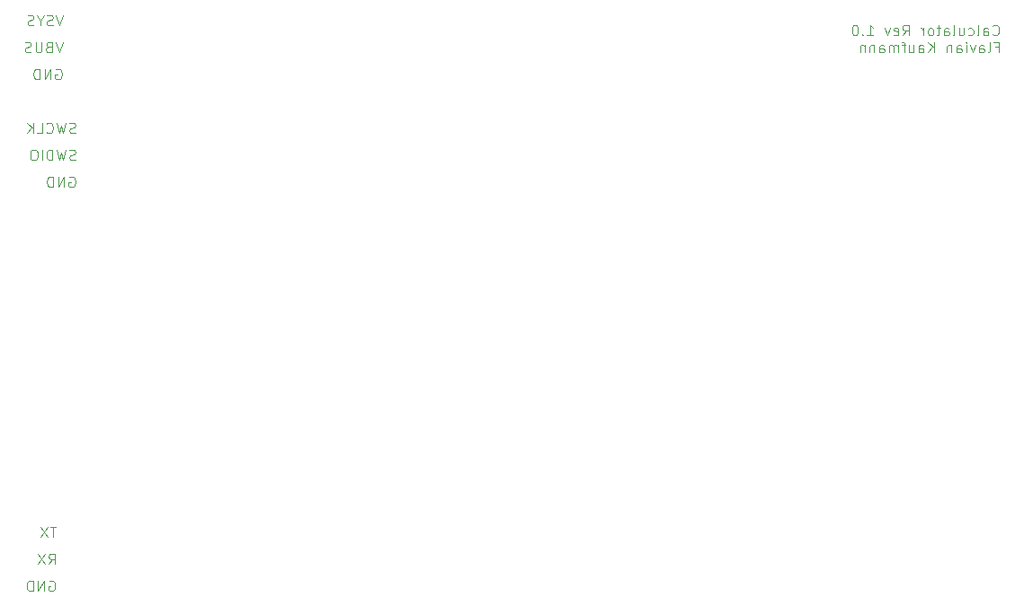
<source format=gbr>
%TF.GenerationSoftware,KiCad,Pcbnew,8.0.6*%
%TF.CreationDate,2024-11-19T21:22:31+01:00*%
%TF.ProjectId,calc,63616c63-2e6b-4696-9361-645f70636258,rev?*%
%TF.SameCoordinates,Original*%
%TF.FileFunction,Legend,Bot*%
%TF.FilePolarity,Positive*%
%FSLAX46Y46*%
G04 Gerber Fmt 4.6, Leading zero omitted, Abs format (unit mm)*
G04 Created by KiCad (PCBNEW 8.0.6) date 2024-11-19 21:22:31*
%MOMM*%
%LPD*%
G01*
G04 APERTURE LIST*
%ADD10C,0.100000*%
G04 APERTURE END LIST*
D10*
X233439687Y-28012236D02*
X233487306Y-28059856D01*
X233487306Y-28059856D02*
X233630163Y-28107475D01*
X233630163Y-28107475D02*
X233725401Y-28107475D01*
X233725401Y-28107475D02*
X233868258Y-28059856D01*
X233868258Y-28059856D02*
X233963496Y-27964617D01*
X233963496Y-27964617D02*
X234011115Y-27869379D01*
X234011115Y-27869379D02*
X234058734Y-27678903D01*
X234058734Y-27678903D02*
X234058734Y-27536046D01*
X234058734Y-27536046D02*
X234011115Y-27345570D01*
X234011115Y-27345570D02*
X233963496Y-27250332D01*
X233963496Y-27250332D02*
X233868258Y-27155094D01*
X233868258Y-27155094D02*
X233725401Y-27107475D01*
X233725401Y-27107475D02*
X233630163Y-27107475D01*
X233630163Y-27107475D02*
X233487306Y-27155094D01*
X233487306Y-27155094D02*
X233439687Y-27202713D01*
X232582544Y-28107475D02*
X232582544Y-27583665D01*
X232582544Y-27583665D02*
X232630163Y-27488427D01*
X232630163Y-27488427D02*
X232725401Y-27440808D01*
X232725401Y-27440808D02*
X232915877Y-27440808D01*
X232915877Y-27440808D02*
X233011115Y-27488427D01*
X232582544Y-28059856D02*
X232677782Y-28107475D01*
X232677782Y-28107475D02*
X232915877Y-28107475D01*
X232915877Y-28107475D02*
X233011115Y-28059856D01*
X233011115Y-28059856D02*
X233058734Y-27964617D01*
X233058734Y-27964617D02*
X233058734Y-27869379D01*
X233058734Y-27869379D02*
X233011115Y-27774141D01*
X233011115Y-27774141D02*
X232915877Y-27726522D01*
X232915877Y-27726522D02*
X232677782Y-27726522D01*
X232677782Y-27726522D02*
X232582544Y-27678903D01*
X231963496Y-28107475D02*
X232058734Y-28059856D01*
X232058734Y-28059856D02*
X232106353Y-27964617D01*
X232106353Y-27964617D02*
X232106353Y-27107475D01*
X231153972Y-28059856D02*
X231249210Y-28107475D01*
X231249210Y-28107475D02*
X231439686Y-28107475D01*
X231439686Y-28107475D02*
X231534924Y-28059856D01*
X231534924Y-28059856D02*
X231582543Y-28012236D01*
X231582543Y-28012236D02*
X231630162Y-27916998D01*
X231630162Y-27916998D02*
X231630162Y-27631284D01*
X231630162Y-27631284D02*
X231582543Y-27536046D01*
X231582543Y-27536046D02*
X231534924Y-27488427D01*
X231534924Y-27488427D02*
X231439686Y-27440808D01*
X231439686Y-27440808D02*
X231249210Y-27440808D01*
X231249210Y-27440808D02*
X231153972Y-27488427D01*
X230296829Y-27440808D02*
X230296829Y-28107475D01*
X230725400Y-27440808D02*
X230725400Y-27964617D01*
X230725400Y-27964617D02*
X230677781Y-28059856D01*
X230677781Y-28059856D02*
X230582543Y-28107475D01*
X230582543Y-28107475D02*
X230439686Y-28107475D01*
X230439686Y-28107475D02*
X230344448Y-28059856D01*
X230344448Y-28059856D02*
X230296829Y-28012236D01*
X229677781Y-28107475D02*
X229773019Y-28059856D01*
X229773019Y-28059856D02*
X229820638Y-27964617D01*
X229820638Y-27964617D02*
X229820638Y-27107475D01*
X228868257Y-28107475D02*
X228868257Y-27583665D01*
X228868257Y-27583665D02*
X228915876Y-27488427D01*
X228915876Y-27488427D02*
X229011114Y-27440808D01*
X229011114Y-27440808D02*
X229201590Y-27440808D01*
X229201590Y-27440808D02*
X229296828Y-27488427D01*
X228868257Y-28059856D02*
X228963495Y-28107475D01*
X228963495Y-28107475D02*
X229201590Y-28107475D01*
X229201590Y-28107475D02*
X229296828Y-28059856D01*
X229296828Y-28059856D02*
X229344447Y-27964617D01*
X229344447Y-27964617D02*
X229344447Y-27869379D01*
X229344447Y-27869379D02*
X229296828Y-27774141D01*
X229296828Y-27774141D02*
X229201590Y-27726522D01*
X229201590Y-27726522D02*
X228963495Y-27726522D01*
X228963495Y-27726522D02*
X228868257Y-27678903D01*
X228534923Y-27440808D02*
X228153971Y-27440808D01*
X228392066Y-27107475D02*
X228392066Y-27964617D01*
X228392066Y-27964617D02*
X228344447Y-28059856D01*
X228344447Y-28059856D02*
X228249209Y-28107475D01*
X228249209Y-28107475D02*
X228153971Y-28107475D01*
X227677780Y-28107475D02*
X227773018Y-28059856D01*
X227773018Y-28059856D02*
X227820637Y-28012236D01*
X227820637Y-28012236D02*
X227868256Y-27916998D01*
X227868256Y-27916998D02*
X227868256Y-27631284D01*
X227868256Y-27631284D02*
X227820637Y-27536046D01*
X227820637Y-27536046D02*
X227773018Y-27488427D01*
X227773018Y-27488427D02*
X227677780Y-27440808D01*
X227677780Y-27440808D02*
X227534923Y-27440808D01*
X227534923Y-27440808D02*
X227439685Y-27488427D01*
X227439685Y-27488427D02*
X227392066Y-27536046D01*
X227392066Y-27536046D02*
X227344447Y-27631284D01*
X227344447Y-27631284D02*
X227344447Y-27916998D01*
X227344447Y-27916998D02*
X227392066Y-28012236D01*
X227392066Y-28012236D02*
X227439685Y-28059856D01*
X227439685Y-28059856D02*
X227534923Y-28107475D01*
X227534923Y-28107475D02*
X227677780Y-28107475D01*
X226915875Y-28107475D02*
X226915875Y-27440808D01*
X226915875Y-27631284D02*
X226868256Y-27536046D01*
X226868256Y-27536046D02*
X226820637Y-27488427D01*
X226820637Y-27488427D02*
X226725399Y-27440808D01*
X226725399Y-27440808D02*
X226630161Y-27440808D01*
X224963494Y-28107475D02*
X225296827Y-27631284D01*
X225534922Y-28107475D02*
X225534922Y-27107475D01*
X225534922Y-27107475D02*
X225153970Y-27107475D01*
X225153970Y-27107475D02*
X225058732Y-27155094D01*
X225058732Y-27155094D02*
X225011113Y-27202713D01*
X225011113Y-27202713D02*
X224963494Y-27297951D01*
X224963494Y-27297951D02*
X224963494Y-27440808D01*
X224963494Y-27440808D02*
X225011113Y-27536046D01*
X225011113Y-27536046D02*
X225058732Y-27583665D01*
X225058732Y-27583665D02*
X225153970Y-27631284D01*
X225153970Y-27631284D02*
X225534922Y-27631284D01*
X224153970Y-28059856D02*
X224249208Y-28107475D01*
X224249208Y-28107475D02*
X224439684Y-28107475D01*
X224439684Y-28107475D02*
X224534922Y-28059856D01*
X224534922Y-28059856D02*
X224582541Y-27964617D01*
X224582541Y-27964617D02*
X224582541Y-27583665D01*
X224582541Y-27583665D02*
X224534922Y-27488427D01*
X224534922Y-27488427D02*
X224439684Y-27440808D01*
X224439684Y-27440808D02*
X224249208Y-27440808D01*
X224249208Y-27440808D02*
X224153970Y-27488427D01*
X224153970Y-27488427D02*
X224106351Y-27583665D01*
X224106351Y-27583665D02*
X224106351Y-27678903D01*
X224106351Y-27678903D02*
X224582541Y-27774141D01*
X223773017Y-27440808D02*
X223534922Y-28107475D01*
X223534922Y-28107475D02*
X223296827Y-27440808D01*
X221630160Y-28107475D02*
X222201588Y-28107475D01*
X221915874Y-28107475D02*
X221915874Y-27107475D01*
X221915874Y-27107475D02*
X222011112Y-27250332D01*
X222011112Y-27250332D02*
X222106350Y-27345570D01*
X222106350Y-27345570D02*
X222201588Y-27393189D01*
X221201588Y-28012236D02*
X221153969Y-28059856D01*
X221153969Y-28059856D02*
X221201588Y-28107475D01*
X221201588Y-28107475D02*
X221249207Y-28059856D01*
X221249207Y-28059856D02*
X221201588Y-28012236D01*
X221201588Y-28012236D02*
X221201588Y-28107475D01*
X220534922Y-27107475D02*
X220439684Y-27107475D01*
X220439684Y-27107475D02*
X220344446Y-27155094D01*
X220344446Y-27155094D02*
X220296827Y-27202713D01*
X220296827Y-27202713D02*
X220249208Y-27297951D01*
X220249208Y-27297951D02*
X220201589Y-27488427D01*
X220201589Y-27488427D02*
X220201589Y-27726522D01*
X220201589Y-27726522D02*
X220249208Y-27916998D01*
X220249208Y-27916998D02*
X220296827Y-28012236D01*
X220296827Y-28012236D02*
X220344446Y-28059856D01*
X220344446Y-28059856D02*
X220439684Y-28107475D01*
X220439684Y-28107475D02*
X220534922Y-28107475D01*
X220534922Y-28107475D02*
X220630160Y-28059856D01*
X220630160Y-28059856D02*
X220677779Y-28012236D01*
X220677779Y-28012236D02*
X220725398Y-27916998D01*
X220725398Y-27916998D02*
X220773017Y-27726522D01*
X220773017Y-27726522D02*
X220773017Y-27488427D01*
X220773017Y-27488427D02*
X220725398Y-27297951D01*
X220725398Y-27297951D02*
X220677779Y-27202713D01*
X220677779Y-27202713D02*
X220630160Y-27155094D01*
X220630160Y-27155094D02*
X220534922Y-27107475D01*
X233677782Y-29193609D02*
X234011115Y-29193609D01*
X234011115Y-29717419D02*
X234011115Y-28717419D01*
X234011115Y-28717419D02*
X233534925Y-28717419D01*
X233011115Y-29717419D02*
X233106353Y-29669800D01*
X233106353Y-29669800D02*
X233153972Y-29574561D01*
X233153972Y-29574561D02*
X233153972Y-28717419D01*
X232201591Y-29717419D02*
X232201591Y-29193609D01*
X232201591Y-29193609D02*
X232249210Y-29098371D01*
X232249210Y-29098371D02*
X232344448Y-29050752D01*
X232344448Y-29050752D02*
X232534924Y-29050752D01*
X232534924Y-29050752D02*
X232630162Y-29098371D01*
X232201591Y-29669800D02*
X232296829Y-29717419D01*
X232296829Y-29717419D02*
X232534924Y-29717419D01*
X232534924Y-29717419D02*
X232630162Y-29669800D01*
X232630162Y-29669800D02*
X232677781Y-29574561D01*
X232677781Y-29574561D02*
X232677781Y-29479323D01*
X232677781Y-29479323D02*
X232630162Y-29384085D01*
X232630162Y-29384085D02*
X232534924Y-29336466D01*
X232534924Y-29336466D02*
X232296829Y-29336466D01*
X232296829Y-29336466D02*
X232201591Y-29288847D01*
X231820638Y-29050752D02*
X231582543Y-29717419D01*
X231582543Y-29717419D02*
X231344448Y-29050752D01*
X230963495Y-29717419D02*
X230963495Y-29050752D01*
X230963495Y-28717419D02*
X231011114Y-28765038D01*
X231011114Y-28765038D02*
X230963495Y-28812657D01*
X230963495Y-28812657D02*
X230915876Y-28765038D01*
X230915876Y-28765038D02*
X230963495Y-28717419D01*
X230963495Y-28717419D02*
X230963495Y-28812657D01*
X230058734Y-29717419D02*
X230058734Y-29193609D01*
X230058734Y-29193609D02*
X230106353Y-29098371D01*
X230106353Y-29098371D02*
X230201591Y-29050752D01*
X230201591Y-29050752D02*
X230392067Y-29050752D01*
X230392067Y-29050752D02*
X230487305Y-29098371D01*
X230058734Y-29669800D02*
X230153972Y-29717419D01*
X230153972Y-29717419D02*
X230392067Y-29717419D01*
X230392067Y-29717419D02*
X230487305Y-29669800D01*
X230487305Y-29669800D02*
X230534924Y-29574561D01*
X230534924Y-29574561D02*
X230534924Y-29479323D01*
X230534924Y-29479323D02*
X230487305Y-29384085D01*
X230487305Y-29384085D02*
X230392067Y-29336466D01*
X230392067Y-29336466D02*
X230153972Y-29336466D01*
X230153972Y-29336466D02*
X230058734Y-29288847D01*
X229582543Y-29050752D02*
X229582543Y-29717419D01*
X229582543Y-29145990D02*
X229534924Y-29098371D01*
X229534924Y-29098371D02*
X229439686Y-29050752D01*
X229439686Y-29050752D02*
X229296829Y-29050752D01*
X229296829Y-29050752D02*
X229201591Y-29098371D01*
X229201591Y-29098371D02*
X229153972Y-29193609D01*
X229153972Y-29193609D02*
X229153972Y-29717419D01*
X227915876Y-29717419D02*
X227915876Y-28717419D01*
X227344448Y-29717419D02*
X227773019Y-29145990D01*
X227344448Y-28717419D02*
X227915876Y-29288847D01*
X226487305Y-29717419D02*
X226487305Y-29193609D01*
X226487305Y-29193609D02*
X226534924Y-29098371D01*
X226534924Y-29098371D02*
X226630162Y-29050752D01*
X226630162Y-29050752D02*
X226820638Y-29050752D01*
X226820638Y-29050752D02*
X226915876Y-29098371D01*
X226487305Y-29669800D02*
X226582543Y-29717419D01*
X226582543Y-29717419D02*
X226820638Y-29717419D01*
X226820638Y-29717419D02*
X226915876Y-29669800D01*
X226915876Y-29669800D02*
X226963495Y-29574561D01*
X226963495Y-29574561D02*
X226963495Y-29479323D01*
X226963495Y-29479323D02*
X226915876Y-29384085D01*
X226915876Y-29384085D02*
X226820638Y-29336466D01*
X226820638Y-29336466D02*
X226582543Y-29336466D01*
X226582543Y-29336466D02*
X226487305Y-29288847D01*
X225582543Y-29050752D02*
X225582543Y-29717419D01*
X226011114Y-29050752D02*
X226011114Y-29574561D01*
X226011114Y-29574561D02*
X225963495Y-29669800D01*
X225963495Y-29669800D02*
X225868257Y-29717419D01*
X225868257Y-29717419D02*
X225725400Y-29717419D01*
X225725400Y-29717419D02*
X225630162Y-29669800D01*
X225630162Y-29669800D02*
X225582543Y-29622180D01*
X225249209Y-29050752D02*
X224868257Y-29050752D01*
X225106352Y-29717419D02*
X225106352Y-28860276D01*
X225106352Y-28860276D02*
X225058733Y-28765038D01*
X225058733Y-28765038D02*
X224963495Y-28717419D01*
X224963495Y-28717419D02*
X224868257Y-28717419D01*
X224534923Y-29717419D02*
X224534923Y-29050752D01*
X224534923Y-29145990D02*
X224487304Y-29098371D01*
X224487304Y-29098371D02*
X224392066Y-29050752D01*
X224392066Y-29050752D02*
X224249209Y-29050752D01*
X224249209Y-29050752D02*
X224153971Y-29098371D01*
X224153971Y-29098371D02*
X224106352Y-29193609D01*
X224106352Y-29193609D02*
X224106352Y-29717419D01*
X224106352Y-29193609D02*
X224058733Y-29098371D01*
X224058733Y-29098371D02*
X223963495Y-29050752D01*
X223963495Y-29050752D02*
X223820638Y-29050752D01*
X223820638Y-29050752D02*
X223725399Y-29098371D01*
X223725399Y-29098371D02*
X223677780Y-29193609D01*
X223677780Y-29193609D02*
X223677780Y-29717419D01*
X222773019Y-29717419D02*
X222773019Y-29193609D01*
X222773019Y-29193609D02*
X222820638Y-29098371D01*
X222820638Y-29098371D02*
X222915876Y-29050752D01*
X222915876Y-29050752D02*
X223106352Y-29050752D01*
X223106352Y-29050752D02*
X223201590Y-29098371D01*
X222773019Y-29669800D02*
X222868257Y-29717419D01*
X222868257Y-29717419D02*
X223106352Y-29717419D01*
X223106352Y-29717419D02*
X223201590Y-29669800D01*
X223201590Y-29669800D02*
X223249209Y-29574561D01*
X223249209Y-29574561D02*
X223249209Y-29479323D01*
X223249209Y-29479323D02*
X223201590Y-29384085D01*
X223201590Y-29384085D02*
X223106352Y-29336466D01*
X223106352Y-29336466D02*
X222868257Y-29336466D01*
X222868257Y-29336466D02*
X222773019Y-29288847D01*
X222296828Y-29050752D02*
X222296828Y-29717419D01*
X222296828Y-29145990D02*
X222249209Y-29098371D01*
X222249209Y-29098371D02*
X222153971Y-29050752D01*
X222153971Y-29050752D02*
X222011114Y-29050752D01*
X222011114Y-29050752D02*
X221915876Y-29098371D01*
X221915876Y-29098371D02*
X221868257Y-29193609D01*
X221868257Y-29193609D02*
X221868257Y-29717419D01*
X221392066Y-29050752D02*
X221392066Y-29717419D01*
X221392066Y-29145990D02*
X221344447Y-29098371D01*
X221344447Y-29098371D02*
X221249209Y-29050752D01*
X221249209Y-29050752D02*
X221106352Y-29050752D01*
X221106352Y-29050752D02*
X221011114Y-29098371D01*
X221011114Y-29098371D02*
X220963495Y-29193609D01*
X220963495Y-29193609D02*
X220963495Y-29717419D01*
X144587306Y-79565038D02*
X144682544Y-79517419D01*
X144682544Y-79517419D02*
X144825401Y-79517419D01*
X144825401Y-79517419D02*
X144968258Y-79565038D01*
X144968258Y-79565038D02*
X145063496Y-79660276D01*
X145063496Y-79660276D02*
X145111115Y-79755514D01*
X145111115Y-79755514D02*
X145158734Y-79945990D01*
X145158734Y-79945990D02*
X145158734Y-80088847D01*
X145158734Y-80088847D02*
X145111115Y-80279323D01*
X145111115Y-80279323D02*
X145063496Y-80374561D01*
X145063496Y-80374561D02*
X144968258Y-80469800D01*
X144968258Y-80469800D02*
X144825401Y-80517419D01*
X144825401Y-80517419D02*
X144730163Y-80517419D01*
X144730163Y-80517419D02*
X144587306Y-80469800D01*
X144587306Y-80469800D02*
X144539687Y-80422180D01*
X144539687Y-80422180D02*
X144539687Y-80088847D01*
X144539687Y-80088847D02*
X144730163Y-80088847D01*
X144111115Y-80517419D02*
X144111115Y-79517419D01*
X144111115Y-79517419D02*
X143539687Y-80517419D01*
X143539687Y-80517419D02*
X143539687Y-79517419D01*
X143063496Y-80517419D02*
X143063496Y-79517419D01*
X143063496Y-79517419D02*
X142825401Y-79517419D01*
X142825401Y-79517419D02*
X142682544Y-79565038D01*
X142682544Y-79565038D02*
X142587306Y-79660276D01*
X142587306Y-79660276D02*
X142539687Y-79755514D01*
X142539687Y-79755514D02*
X142492068Y-79945990D01*
X142492068Y-79945990D02*
X142492068Y-80088847D01*
X142492068Y-80088847D02*
X142539687Y-80279323D01*
X142539687Y-80279323D02*
X142587306Y-80374561D01*
X142587306Y-80374561D02*
X142682544Y-80469800D01*
X142682544Y-80469800D02*
X142825401Y-80517419D01*
X142825401Y-80517419D02*
X143063496Y-80517419D01*
X144539687Y-77977419D02*
X144873020Y-77501228D01*
X145111115Y-77977419D02*
X145111115Y-76977419D01*
X145111115Y-76977419D02*
X144730163Y-76977419D01*
X144730163Y-76977419D02*
X144634925Y-77025038D01*
X144634925Y-77025038D02*
X144587306Y-77072657D01*
X144587306Y-77072657D02*
X144539687Y-77167895D01*
X144539687Y-77167895D02*
X144539687Y-77310752D01*
X144539687Y-77310752D02*
X144587306Y-77405990D01*
X144587306Y-77405990D02*
X144634925Y-77453609D01*
X144634925Y-77453609D02*
X144730163Y-77501228D01*
X144730163Y-77501228D02*
X145111115Y-77501228D01*
X144206353Y-76977419D02*
X143539687Y-77977419D01*
X143539687Y-76977419D02*
X144206353Y-77977419D01*
X145253972Y-74437419D02*
X144682544Y-74437419D01*
X144968258Y-75437419D02*
X144968258Y-74437419D01*
X144444448Y-74437419D02*
X143777782Y-75437419D01*
X143777782Y-74437419D02*
X144444448Y-75437419D01*
X146492306Y-41465038D02*
X146587544Y-41417419D01*
X146587544Y-41417419D02*
X146730401Y-41417419D01*
X146730401Y-41417419D02*
X146873258Y-41465038D01*
X146873258Y-41465038D02*
X146968496Y-41560276D01*
X146968496Y-41560276D02*
X147016115Y-41655514D01*
X147016115Y-41655514D02*
X147063734Y-41845990D01*
X147063734Y-41845990D02*
X147063734Y-41988847D01*
X147063734Y-41988847D02*
X147016115Y-42179323D01*
X147016115Y-42179323D02*
X146968496Y-42274561D01*
X146968496Y-42274561D02*
X146873258Y-42369800D01*
X146873258Y-42369800D02*
X146730401Y-42417419D01*
X146730401Y-42417419D02*
X146635163Y-42417419D01*
X146635163Y-42417419D02*
X146492306Y-42369800D01*
X146492306Y-42369800D02*
X146444687Y-42322180D01*
X146444687Y-42322180D02*
X146444687Y-41988847D01*
X146444687Y-41988847D02*
X146635163Y-41988847D01*
X146016115Y-42417419D02*
X146016115Y-41417419D01*
X146016115Y-41417419D02*
X145444687Y-42417419D01*
X145444687Y-42417419D02*
X145444687Y-41417419D01*
X144968496Y-42417419D02*
X144968496Y-41417419D01*
X144968496Y-41417419D02*
X144730401Y-41417419D01*
X144730401Y-41417419D02*
X144587544Y-41465038D01*
X144587544Y-41465038D02*
X144492306Y-41560276D01*
X144492306Y-41560276D02*
X144444687Y-41655514D01*
X144444687Y-41655514D02*
X144397068Y-41845990D01*
X144397068Y-41845990D02*
X144397068Y-41988847D01*
X144397068Y-41988847D02*
X144444687Y-42179323D01*
X144444687Y-42179323D02*
X144492306Y-42274561D01*
X144492306Y-42274561D02*
X144587544Y-42369800D01*
X144587544Y-42369800D02*
X144730401Y-42417419D01*
X144730401Y-42417419D02*
X144968496Y-42417419D01*
X147063734Y-39829800D02*
X146920877Y-39877419D01*
X146920877Y-39877419D02*
X146682782Y-39877419D01*
X146682782Y-39877419D02*
X146587544Y-39829800D01*
X146587544Y-39829800D02*
X146539925Y-39782180D01*
X146539925Y-39782180D02*
X146492306Y-39686942D01*
X146492306Y-39686942D02*
X146492306Y-39591704D01*
X146492306Y-39591704D02*
X146539925Y-39496466D01*
X146539925Y-39496466D02*
X146587544Y-39448847D01*
X146587544Y-39448847D02*
X146682782Y-39401228D01*
X146682782Y-39401228D02*
X146873258Y-39353609D01*
X146873258Y-39353609D02*
X146968496Y-39305990D01*
X146968496Y-39305990D02*
X147016115Y-39258371D01*
X147016115Y-39258371D02*
X147063734Y-39163133D01*
X147063734Y-39163133D02*
X147063734Y-39067895D01*
X147063734Y-39067895D02*
X147016115Y-38972657D01*
X147016115Y-38972657D02*
X146968496Y-38925038D01*
X146968496Y-38925038D02*
X146873258Y-38877419D01*
X146873258Y-38877419D02*
X146635163Y-38877419D01*
X146635163Y-38877419D02*
X146492306Y-38925038D01*
X146158972Y-38877419D02*
X145920877Y-39877419D01*
X145920877Y-39877419D02*
X145730401Y-39163133D01*
X145730401Y-39163133D02*
X145539925Y-39877419D01*
X145539925Y-39877419D02*
X145301830Y-38877419D01*
X144920877Y-39877419D02*
X144920877Y-38877419D01*
X144920877Y-38877419D02*
X144682782Y-38877419D01*
X144682782Y-38877419D02*
X144539925Y-38925038D01*
X144539925Y-38925038D02*
X144444687Y-39020276D01*
X144444687Y-39020276D02*
X144397068Y-39115514D01*
X144397068Y-39115514D02*
X144349449Y-39305990D01*
X144349449Y-39305990D02*
X144349449Y-39448847D01*
X144349449Y-39448847D02*
X144397068Y-39639323D01*
X144397068Y-39639323D02*
X144444687Y-39734561D01*
X144444687Y-39734561D02*
X144539925Y-39829800D01*
X144539925Y-39829800D02*
X144682782Y-39877419D01*
X144682782Y-39877419D02*
X144920877Y-39877419D01*
X143920877Y-39877419D02*
X143920877Y-38877419D01*
X143254211Y-38877419D02*
X143063735Y-38877419D01*
X143063735Y-38877419D02*
X142968497Y-38925038D01*
X142968497Y-38925038D02*
X142873259Y-39020276D01*
X142873259Y-39020276D02*
X142825640Y-39210752D01*
X142825640Y-39210752D02*
X142825640Y-39544085D01*
X142825640Y-39544085D02*
X142873259Y-39734561D01*
X142873259Y-39734561D02*
X142968497Y-39829800D01*
X142968497Y-39829800D02*
X143063735Y-39877419D01*
X143063735Y-39877419D02*
X143254211Y-39877419D01*
X143254211Y-39877419D02*
X143349449Y-39829800D01*
X143349449Y-39829800D02*
X143444687Y-39734561D01*
X143444687Y-39734561D02*
X143492306Y-39544085D01*
X143492306Y-39544085D02*
X143492306Y-39210752D01*
X143492306Y-39210752D02*
X143444687Y-39020276D01*
X143444687Y-39020276D02*
X143349449Y-38925038D01*
X143349449Y-38925038D02*
X143254211Y-38877419D01*
X147063734Y-37289800D02*
X146920877Y-37337419D01*
X146920877Y-37337419D02*
X146682782Y-37337419D01*
X146682782Y-37337419D02*
X146587544Y-37289800D01*
X146587544Y-37289800D02*
X146539925Y-37242180D01*
X146539925Y-37242180D02*
X146492306Y-37146942D01*
X146492306Y-37146942D02*
X146492306Y-37051704D01*
X146492306Y-37051704D02*
X146539925Y-36956466D01*
X146539925Y-36956466D02*
X146587544Y-36908847D01*
X146587544Y-36908847D02*
X146682782Y-36861228D01*
X146682782Y-36861228D02*
X146873258Y-36813609D01*
X146873258Y-36813609D02*
X146968496Y-36765990D01*
X146968496Y-36765990D02*
X147016115Y-36718371D01*
X147016115Y-36718371D02*
X147063734Y-36623133D01*
X147063734Y-36623133D02*
X147063734Y-36527895D01*
X147063734Y-36527895D02*
X147016115Y-36432657D01*
X147016115Y-36432657D02*
X146968496Y-36385038D01*
X146968496Y-36385038D02*
X146873258Y-36337419D01*
X146873258Y-36337419D02*
X146635163Y-36337419D01*
X146635163Y-36337419D02*
X146492306Y-36385038D01*
X146158972Y-36337419D02*
X145920877Y-37337419D01*
X145920877Y-37337419D02*
X145730401Y-36623133D01*
X145730401Y-36623133D02*
X145539925Y-37337419D01*
X145539925Y-37337419D02*
X145301830Y-36337419D01*
X144349449Y-37242180D02*
X144397068Y-37289800D01*
X144397068Y-37289800D02*
X144539925Y-37337419D01*
X144539925Y-37337419D02*
X144635163Y-37337419D01*
X144635163Y-37337419D02*
X144778020Y-37289800D01*
X144778020Y-37289800D02*
X144873258Y-37194561D01*
X144873258Y-37194561D02*
X144920877Y-37099323D01*
X144920877Y-37099323D02*
X144968496Y-36908847D01*
X144968496Y-36908847D02*
X144968496Y-36765990D01*
X144968496Y-36765990D02*
X144920877Y-36575514D01*
X144920877Y-36575514D02*
X144873258Y-36480276D01*
X144873258Y-36480276D02*
X144778020Y-36385038D01*
X144778020Y-36385038D02*
X144635163Y-36337419D01*
X144635163Y-36337419D02*
X144539925Y-36337419D01*
X144539925Y-36337419D02*
X144397068Y-36385038D01*
X144397068Y-36385038D02*
X144349449Y-36432657D01*
X143444687Y-37337419D02*
X143920877Y-37337419D01*
X143920877Y-37337419D02*
X143920877Y-36337419D01*
X143111353Y-37337419D02*
X143111353Y-36337419D01*
X142539925Y-37337419D02*
X142968496Y-36765990D01*
X142539925Y-36337419D02*
X143111353Y-36908847D01*
X145222306Y-31305038D02*
X145317544Y-31257419D01*
X145317544Y-31257419D02*
X145460401Y-31257419D01*
X145460401Y-31257419D02*
X145603258Y-31305038D01*
X145603258Y-31305038D02*
X145698496Y-31400276D01*
X145698496Y-31400276D02*
X145746115Y-31495514D01*
X145746115Y-31495514D02*
X145793734Y-31685990D01*
X145793734Y-31685990D02*
X145793734Y-31828847D01*
X145793734Y-31828847D02*
X145746115Y-32019323D01*
X145746115Y-32019323D02*
X145698496Y-32114561D01*
X145698496Y-32114561D02*
X145603258Y-32209800D01*
X145603258Y-32209800D02*
X145460401Y-32257419D01*
X145460401Y-32257419D02*
X145365163Y-32257419D01*
X145365163Y-32257419D02*
X145222306Y-32209800D01*
X145222306Y-32209800D02*
X145174687Y-32162180D01*
X145174687Y-32162180D02*
X145174687Y-31828847D01*
X145174687Y-31828847D02*
X145365163Y-31828847D01*
X144746115Y-32257419D02*
X144746115Y-31257419D01*
X144746115Y-31257419D02*
X144174687Y-32257419D01*
X144174687Y-32257419D02*
X144174687Y-31257419D01*
X143698496Y-32257419D02*
X143698496Y-31257419D01*
X143698496Y-31257419D02*
X143460401Y-31257419D01*
X143460401Y-31257419D02*
X143317544Y-31305038D01*
X143317544Y-31305038D02*
X143222306Y-31400276D01*
X143222306Y-31400276D02*
X143174687Y-31495514D01*
X143174687Y-31495514D02*
X143127068Y-31685990D01*
X143127068Y-31685990D02*
X143127068Y-31828847D01*
X143127068Y-31828847D02*
X143174687Y-32019323D01*
X143174687Y-32019323D02*
X143222306Y-32114561D01*
X143222306Y-32114561D02*
X143317544Y-32209800D01*
X143317544Y-32209800D02*
X143460401Y-32257419D01*
X143460401Y-32257419D02*
X143698496Y-32257419D01*
X145888972Y-28717419D02*
X145555639Y-29717419D01*
X145555639Y-29717419D02*
X145222306Y-28717419D01*
X144555639Y-29193609D02*
X144412782Y-29241228D01*
X144412782Y-29241228D02*
X144365163Y-29288847D01*
X144365163Y-29288847D02*
X144317544Y-29384085D01*
X144317544Y-29384085D02*
X144317544Y-29526942D01*
X144317544Y-29526942D02*
X144365163Y-29622180D01*
X144365163Y-29622180D02*
X144412782Y-29669800D01*
X144412782Y-29669800D02*
X144508020Y-29717419D01*
X144508020Y-29717419D02*
X144888972Y-29717419D01*
X144888972Y-29717419D02*
X144888972Y-28717419D01*
X144888972Y-28717419D02*
X144555639Y-28717419D01*
X144555639Y-28717419D02*
X144460401Y-28765038D01*
X144460401Y-28765038D02*
X144412782Y-28812657D01*
X144412782Y-28812657D02*
X144365163Y-28907895D01*
X144365163Y-28907895D02*
X144365163Y-29003133D01*
X144365163Y-29003133D02*
X144412782Y-29098371D01*
X144412782Y-29098371D02*
X144460401Y-29145990D01*
X144460401Y-29145990D02*
X144555639Y-29193609D01*
X144555639Y-29193609D02*
X144888972Y-29193609D01*
X143888972Y-28717419D02*
X143888972Y-29526942D01*
X143888972Y-29526942D02*
X143841353Y-29622180D01*
X143841353Y-29622180D02*
X143793734Y-29669800D01*
X143793734Y-29669800D02*
X143698496Y-29717419D01*
X143698496Y-29717419D02*
X143508020Y-29717419D01*
X143508020Y-29717419D02*
X143412782Y-29669800D01*
X143412782Y-29669800D02*
X143365163Y-29622180D01*
X143365163Y-29622180D02*
X143317544Y-29526942D01*
X143317544Y-29526942D02*
X143317544Y-28717419D01*
X142888972Y-29669800D02*
X142746115Y-29717419D01*
X142746115Y-29717419D02*
X142508020Y-29717419D01*
X142508020Y-29717419D02*
X142412782Y-29669800D01*
X142412782Y-29669800D02*
X142365163Y-29622180D01*
X142365163Y-29622180D02*
X142317544Y-29526942D01*
X142317544Y-29526942D02*
X142317544Y-29431704D01*
X142317544Y-29431704D02*
X142365163Y-29336466D01*
X142365163Y-29336466D02*
X142412782Y-29288847D01*
X142412782Y-29288847D02*
X142508020Y-29241228D01*
X142508020Y-29241228D02*
X142698496Y-29193609D01*
X142698496Y-29193609D02*
X142793734Y-29145990D01*
X142793734Y-29145990D02*
X142841353Y-29098371D01*
X142841353Y-29098371D02*
X142888972Y-29003133D01*
X142888972Y-29003133D02*
X142888972Y-28907895D01*
X142888972Y-28907895D02*
X142841353Y-28812657D01*
X142841353Y-28812657D02*
X142793734Y-28765038D01*
X142793734Y-28765038D02*
X142698496Y-28717419D01*
X142698496Y-28717419D02*
X142460401Y-28717419D01*
X142460401Y-28717419D02*
X142317544Y-28765038D01*
X145888972Y-26177419D02*
X145555639Y-27177419D01*
X145555639Y-27177419D02*
X145222306Y-26177419D01*
X144936591Y-27129800D02*
X144793734Y-27177419D01*
X144793734Y-27177419D02*
X144555639Y-27177419D01*
X144555639Y-27177419D02*
X144460401Y-27129800D01*
X144460401Y-27129800D02*
X144412782Y-27082180D01*
X144412782Y-27082180D02*
X144365163Y-26986942D01*
X144365163Y-26986942D02*
X144365163Y-26891704D01*
X144365163Y-26891704D02*
X144412782Y-26796466D01*
X144412782Y-26796466D02*
X144460401Y-26748847D01*
X144460401Y-26748847D02*
X144555639Y-26701228D01*
X144555639Y-26701228D02*
X144746115Y-26653609D01*
X144746115Y-26653609D02*
X144841353Y-26605990D01*
X144841353Y-26605990D02*
X144888972Y-26558371D01*
X144888972Y-26558371D02*
X144936591Y-26463133D01*
X144936591Y-26463133D02*
X144936591Y-26367895D01*
X144936591Y-26367895D02*
X144888972Y-26272657D01*
X144888972Y-26272657D02*
X144841353Y-26225038D01*
X144841353Y-26225038D02*
X144746115Y-26177419D01*
X144746115Y-26177419D02*
X144508020Y-26177419D01*
X144508020Y-26177419D02*
X144365163Y-26225038D01*
X143746115Y-26701228D02*
X143746115Y-27177419D01*
X144079448Y-26177419D02*
X143746115Y-26701228D01*
X143746115Y-26701228D02*
X143412782Y-26177419D01*
X143127067Y-27129800D02*
X142984210Y-27177419D01*
X142984210Y-27177419D02*
X142746115Y-27177419D01*
X142746115Y-27177419D02*
X142650877Y-27129800D01*
X142650877Y-27129800D02*
X142603258Y-27082180D01*
X142603258Y-27082180D02*
X142555639Y-26986942D01*
X142555639Y-26986942D02*
X142555639Y-26891704D01*
X142555639Y-26891704D02*
X142603258Y-26796466D01*
X142603258Y-26796466D02*
X142650877Y-26748847D01*
X142650877Y-26748847D02*
X142746115Y-26701228D01*
X142746115Y-26701228D02*
X142936591Y-26653609D01*
X142936591Y-26653609D02*
X143031829Y-26605990D01*
X143031829Y-26605990D02*
X143079448Y-26558371D01*
X143079448Y-26558371D02*
X143127067Y-26463133D01*
X143127067Y-26463133D02*
X143127067Y-26367895D01*
X143127067Y-26367895D02*
X143079448Y-26272657D01*
X143079448Y-26272657D02*
X143031829Y-26225038D01*
X143031829Y-26225038D02*
X142936591Y-26177419D01*
X142936591Y-26177419D02*
X142698496Y-26177419D01*
X142698496Y-26177419D02*
X142555639Y-26225038D01*
M02*

</source>
